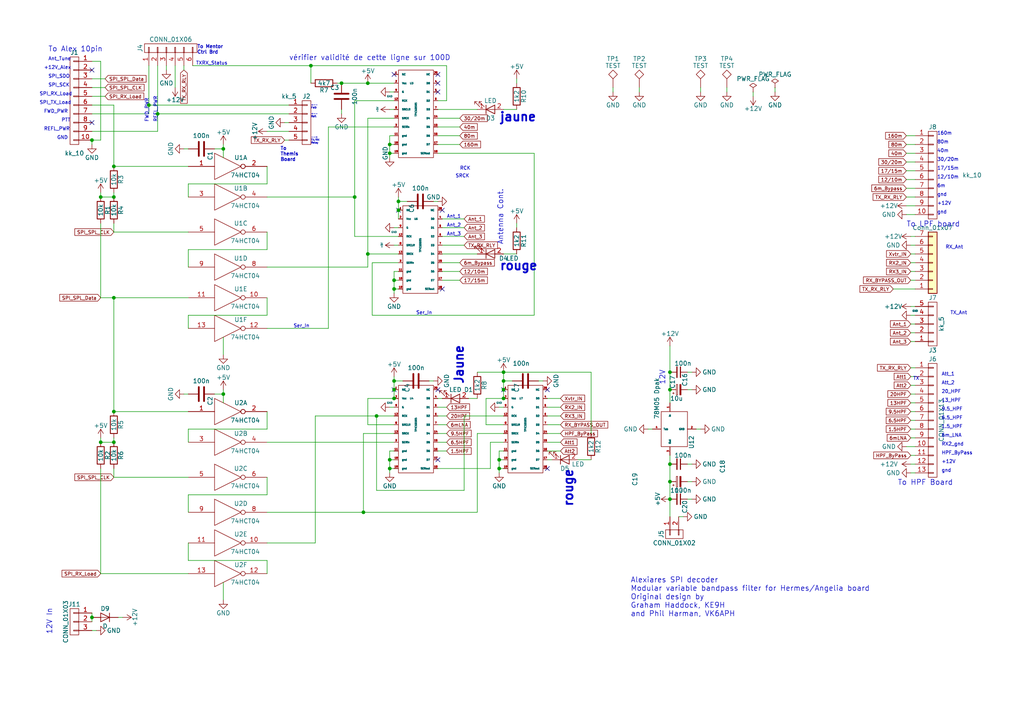
<source format=kicad_sch>
(kicad_sch (version 20230121) (generator eeschema)
  (paper "A4")
  (junction (at 114.3 115.57))
  (junction (at 115.57 60.96))
  (junction (at 33.02 48.26))
  (junction (at 114.3 113.03))
  (junction (at 99.06 24.13))
  (junction (at 113.03 135.89))
  (junction (at 114.3 81.28))
  (junction (at 114.3 110.49))
  (junction (at 146.05 113.03))
  (junction (at 146.05 110.49))
  (junction (at 194.31 134.62))
  (junction (at 105.41 148.59))
  (junction (at 33.02 119.38))
  (junction (at 113.03 133.35))
  (junction (at 45.72 33.02))
  (junction (at 144.78 135.89))
  (junction (at 33.02 128.27))
  (junction (at 64.77 114.3))
  (junction (at 33.02 57.15))
  (junction (at 26.67 179.07))
  (junction (at 106.68 24.13))
  (junction (at 144.78 133.35))
  (junction (at 29.21 128.27))
  (junction (at 113.03 44.45))
  (junction (at 26.67 40.64))
  (junction (at 146.05 107.95))
  (junction (at 194.31 139.7))
  (junction (at 113.03 41.91))
  (junction (at 114.3 83.82))
  (junction (at 64.77 43.18))
  (junction (at 194.31 144.78))
  (junction (at 102.87 57.15))
  (junction (at 194.31 107.95))
  (junction (at 29.21 57.15))
  (junction (at 106.68 73.66))
  (junction (at 33.02 86.36))
  (junction (at 109.22 120.65))
  (junction (at 194.31 113.03))
  (junction (at 90.17 19.05))
  (junction (at 146.05 115.57))
  (junction (at 43.18 30.48))
  (junction (at 115.57 58.42))
  (no_connect (at 127 24.13))
  (no_connect (at 127 113.03))
  (no_connect (at 158.75 135.89))
  (no_connect (at 158.75 113.03))
  (no_connect (at 26.67 35.56))
  (no_connect (at 128.27 60.96))
  (no_connect (at 114.3 113.03))
  (no_connect (at 146.05 113.03))
  (no_connect (at 127 26.67))
  (no_connect (at 127 21.59))
  (no_connect (at 26.67 20.32))
  (no_connect (at 114.3 21.59))
  (no_connect (at 127 133.35))
  (no_connect (at 128.27 83.82))
  (no_connect (at 115.57 60.96))
  (wire (pts (xy 33.02 86.36) (xy 33.02 119.38)))
  (wire (pts (xy 95.25 95.25) (xy 95.25 36.83)))
  (wire (pts (xy 77.47 57.15) (xy 102.87 57.15)))
  (wire (pts (xy 189.23 124.46) (xy 187.96 124.46)))
  (wire (pts (xy 83.82 38.1) (xy 77.47 38.1)))
  (wire (pts (xy 265.43 81.28) (xy 264.16 81.28)))
  (wire (pts (xy 127 44.45) (xy 154.94 44.45)))
  (wire (pts (xy 43.18 30.48) (xy 43.18 33.02)))
  (wire (pts (xy 26.67 179.07) (xy 26.67 180.34)))
  (wire (pts (xy 138.43 73.66) (xy 128.27 73.66)))
  (wire (pts (xy 133.35 81.28) (xy 128.27 81.28)))
  (wire (pts (xy 264.16 127) (xy 265.43 127)))
  (wire (pts (xy 134.62 120.65) (xy 134.62 142.24)))
  (wire (pts (xy 171.45 107.95) (xy 171.45 125.73)))
  (wire (pts (xy 106.68 73.66) (xy 106.68 77.47)))
  (wire (pts (xy 83.82 40.64) (xy 82.55 40.64)))
  (wire (pts (xy 54.61 143.51) (xy 54.61 148.59)))
  (wire (pts (xy 33.02 55.88) (xy 33.02 57.15)))
  (wire (pts (xy 54.61 67.31) (xy 33.02 67.31)))
  (wire (pts (xy 114.3 115.57) (xy 106.68 115.57)))
  (wire (pts (xy 33.02 119.38) (xy 54.61 119.38)))
  (wire (pts (xy 264.16 78.74) (xy 265.43 78.74)))
  (wire (pts (xy 114.3 110.49) (xy 114.3 113.03)))
  (wire (pts (xy 264.16 121.92) (xy 265.43 121.92)))
  (wire (pts (xy 62.23 114.3) (xy 64.77 114.3)))
  (wire (pts (xy 29.21 57.15) (xy 29.21 55.88)))
  (wire (pts (xy 105.41 125.73) (xy 114.3 125.73)))
  (wire (pts (xy 154.94 91.44) (xy 107.95 91.44)))
  (wire (pts (xy 77.47 162.56) (xy 54.61 162.56)))
  (wire (pts (xy 115.57 66.04) (xy 114.3 66.04)))
  (wire (pts (xy 30.48 22.86) (xy 26.67 22.86)))
  (wire (pts (xy 105.41 148.59) (xy 77.47 148.59)))
  (wire (pts (xy 158.75 128.27) (xy 162.56 128.27)))
  (wire (pts (xy 146.05 107.95) (xy 146.05 110.49)))
  (wire (pts (xy 210.82 25.4) (xy 210.82 26.67)))
  (wire (pts (xy 146.05 123.19) (xy 140.97 123.19)))
  (wire (pts (xy 200.66 107.95) (xy 199.39 107.95)))
  (wire (pts (xy 201.93 124.46) (xy 203.2 124.46)))
  (wire (pts (xy 107.95 91.44) (xy 107.95 76.2)))
  (wire (pts (xy 54.61 162.56) (xy 54.61 157.48)))
  (wire (pts (xy 64.77 114.3) (xy 64.77 116.84)))
  (wire (pts (xy 29.21 135.89) (xy 29.21 166.37)))
  (wire (pts (xy 129.54 125.73) (xy 127 125.73)))
  (wire (pts (xy 194.31 134.62) (xy 194.31 139.7)))
  (wire (pts (xy 167.64 133.35) (xy 171.45 133.35)))
  (wire (pts (xy 90.17 24.13) (xy 90.17 19.05)))
  (wire (pts (xy 30.48 25.4) (xy 26.67 25.4)))
  (wire (pts (xy 115.57 60.96) (xy 115.57 63.5)))
  (wire (pts (xy 64.77 113.03) (xy 64.77 114.3)))
  (wire (pts (xy 109.22 142.24) (xy 109.22 120.65)))
  (wire (pts (xy 262.89 129.54) (xy 265.43 129.54)))
  (wire (pts (xy 133.35 76.2) (xy 128.27 76.2)))
  (wire (pts (xy 194.31 100.33) (xy 194.31 107.95)))
  (wire (pts (xy 129.54 130.81) (xy 127 130.81)))
  (wire (pts (xy 114.3 133.35) (xy 113.03 133.35)))
  (wire (pts (xy 77.47 128.27) (xy 114.3 128.27)))
  (wire (pts (xy 146.05 128.27) (xy 142.24 128.27)))
  (wire (pts (xy 144.78 118.11) (xy 146.05 118.11)))
  (wire (pts (xy 54.61 91.44) (xy 54.61 95.25)))
  (wire (pts (xy 264.16 114.3) (xy 265.43 114.3)))
  (wire (pts (xy 185.42 25.4) (xy 185.42 26.67)))
  (wire (pts (xy 83.82 30.48) (xy 43.18 30.48)))
  (wire (pts (xy 262.89 44.45) (xy 265.43 44.45)))
  (wire (pts (xy 200.66 139.7) (xy 199.39 139.7)))
  (wire (pts (xy 64.77 97.79) (xy 64.77 102.87)))
  (wire (pts (xy 64.77 41.91) (xy 64.77 43.18)))
  (wire (pts (xy 53.34 19.05) (xy 53.34 20.32)))
  (wire (pts (xy 114.3 83.82) (xy 114.3 85.09)))
  (wire (pts (xy 77.47 119.38) (xy 77.47 124.46)))
  (wire (pts (xy 115.57 78.74) (xy 114.3 78.74)))
  (wire (pts (xy 33.02 138.43) (xy 33.02 135.89)))
  (wire (pts (xy 194.31 113.03) (xy 194.31 116.84)))
  (wire (pts (xy 264.16 132.08) (xy 265.43 132.08)))
  (wire (pts (xy 138.43 107.95) (xy 146.05 107.95)))
  (wire (pts (xy 133.35 41.91) (xy 127 41.91)))
  (wire (pts (xy 129.54 128.27) (xy 127 128.27)))
  (wire (pts (xy 116.84 110.49) (xy 114.3 110.49)))
  (wire (pts (xy 54.61 138.43) (xy 33.02 138.43)))
  (wire (pts (xy 144.78 135.89) (xy 144.78 137.16)))
  (wire (pts (xy 115.57 58.42) (xy 115.57 60.96)))
  (wire (pts (xy 142.24 128.27) (xy 142.24 135.89)))
  (wire (pts (xy 91.44 157.48) (xy 77.47 157.48)))
  (wire (pts (xy 146.05 73.66) (xy 149.86 73.66)))
  (wire (pts (xy 125.73 58.42) (xy 127 58.42)))
  (wire (pts (xy 29.21 86.36) (xy 33.02 86.36)))
  (wire (pts (xy 105.41 125.73) (xy 105.41 148.59)))
  (wire (pts (xy 265.43 106.68) (xy 264.16 106.68)))
  (wire (pts (xy 54.61 53.34) (xy 54.61 57.15)))
  (wire (pts (xy 77.47 72.39) (xy 54.61 72.39)))
  (wire (pts (xy 29.21 64.77) (xy 29.21 86.36)))
  (wire (pts (xy 264.16 71.12) (xy 265.43 71.12)))
  (wire (pts (xy 43.18 19.05) (xy 43.18 30.48)))
  (wire (pts (xy 133.35 34.29) (xy 127 34.29)))
  (wire (pts (xy 264.16 68.58) (xy 265.43 68.58)))
  (wire (pts (xy 146.05 135.89) (xy 144.78 135.89)))
  (wire (pts (xy 262.89 54.61) (xy 265.43 54.61)))
  (wire (pts (xy 97.79 24.13) (xy 99.06 24.13)))
  (wire (pts (xy 113.03 135.89) (xy 113.03 137.16)))
  (wire (pts (xy 95.25 36.83) (xy 114.3 36.83)))
  (wire (pts (xy 265.43 111.76) (xy 264.16 111.76)))
  (wire (pts (xy 77.47 166.37) (xy 77.47 162.56)))
  (wire (pts (xy 102.87 68.58) (xy 115.57 68.58)))
  (wire (pts (xy 194.31 132.08) (xy 194.31 134.62)))
  (wire (pts (xy 264.16 137.16) (xy 265.43 137.16)))
  (wire (pts (xy 64.77 168.91) (xy 64.77 173.99)))
  (wire (pts (xy 77.47 86.36) (xy 77.47 91.44)))
  (wire (pts (xy 127 29.21) (xy 129.54 29.21)))
  (wire (pts (xy 29.21 128.27) (xy 29.21 127)))
  (wire (pts (xy 50.8 19.05) (xy 50.8 25.4)))
  (wire (pts (xy 107.95 76.2) (xy 115.57 76.2)))
  (wire (pts (xy 83.82 33.02) (xy 45.72 33.02)))
  (wire (pts (xy 106.68 73.66) (xy 115.57 73.66)))
  (wire (pts (xy 162.56 118.11) (xy 158.75 118.11)))
  (wire (pts (xy 146.05 110.49) (xy 146.05 113.03)))
  (wire (pts (xy 265.43 109.22) (xy 264.16 109.22)))
  (wire (pts (xy 45.72 19.05) (xy 45.72 33.02)))
  (wire (pts (xy 134.62 142.24) (xy 109.22 142.24)))
  (wire (pts (xy 264.16 76.2) (xy 265.43 76.2)))
  (wire (pts (xy 77.47 53.34) (xy 54.61 53.34)))
  (wire (pts (xy 34.29 179.07) (xy 35.56 179.07)))
  (wire (pts (xy 77.47 124.46) (xy 54.61 124.46)))
  (wire (pts (xy 33.02 67.31) (xy 33.02 64.77)))
  (wire (pts (xy 162.56 115.57) (xy 158.75 115.57)))
  (wire (pts (xy 114.3 26.67) (xy 113.03 26.67)))
  (wire (pts (xy 30.48 27.94) (xy 26.67 27.94)))
  (wire (pts (xy 26.67 17.78) (xy 29.21 17.78)))
  (wire (pts (xy 77.47 95.25) (xy 95.25 95.25)))
  (wire (pts (xy 128.27 66.04) (xy 134.62 66.04)))
  (wire (pts (xy 144.78 133.35) (xy 144.78 135.89)))
  (wire (pts (xy 265.43 83.82) (xy 259.08 83.82)))
  (wire (pts (xy 262.89 39.37) (xy 265.43 39.37)))
  (wire (pts (xy 129.54 29.21) (xy 129.54 19.05)))
  (wire (pts (xy 224.79 25.4) (xy 224.79 26.67)))
  (wire (pts (xy 77.47 91.44) (xy 54.61 91.44)))
  (wire (pts (xy 115.57 71.12) (xy 114.3 71.12)))
  (wire (pts (xy 114.3 113.03) (xy 114.3 115.57)))
  (wire (pts (xy 127 135.89) (xy 142.24 135.89)))
  (wire (pts (xy 113.03 41.91) (xy 113.03 44.45)))
  (wire (pts (xy 114.3 29.21) (xy 102.87 29.21)))
  (wire (pts (xy 113.03 44.45) (xy 113.03 45.72)))
  (wire (pts (xy 106.68 34.29) (xy 114.3 34.29)))
  (wire (pts (xy 33.02 127) (xy 33.02 128.27)))
  (wire (pts (xy 115.57 83.82) (xy 114.3 83.82)))
  (wire (pts (xy 146.05 125.73) (xy 138.43 125.73)))
  (wire (pts (xy 264.16 88.9) (xy 265.43 88.9)))
  (wire (pts (xy 114.3 39.37) (xy 113.03 39.37)))
  (wire (pts (xy 54.61 43.18) (xy 53.34 43.18)))
  (wire (pts (xy 99.06 31.75) (xy 99.06 33.02)))
  (wire (pts (xy 106.68 34.29) (xy 106.68 73.66)))
  (wire (pts (xy 33.02 57.15) (xy 29.21 57.15)))
  (wire (pts (xy 262.89 49.53) (xy 265.43 49.53)))
  (wire (pts (xy 129.54 123.19) (xy 127 123.19)))
  (wire (pts (xy 162.56 120.65) (xy 158.75 120.65)))
  (wire (pts (xy 128.27 63.5) (xy 134.62 63.5)))
  (wire (pts (xy 262.89 46.99) (xy 265.43 46.99)))
  (wire (pts (xy 62.23 43.18) (xy 64.77 43.18)))
  (wire (pts (xy 48.26 20.32) (xy 48.26 19.05)))
  (wire (pts (xy 133.35 78.74) (xy 128.27 78.74)))
  (wire (pts (xy 29.21 40.64) (xy 26.67 40.64)))
  (wire (pts (xy 264.16 124.46) (xy 265.43 124.46)))
  (wire (pts (xy 26.67 40.64) (xy 26.67 41.91)))
  (wire (pts (xy 200.66 134.62) (xy 199.39 134.62)))
  (wire (pts (xy 200.66 144.78) (xy 199.39 144.78)))
  (wire (pts (xy 264.16 116.84) (xy 265.43 116.84)))
  (wire (pts (xy 33.02 86.36) (xy 54.61 86.36)))
  (wire (pts (xy 33.02 30.48) (xy 33.02 48.26)))
  (wire (pts (xy 64.77 43.18) (xy 64.77 45.72)))
  (wire (pts (xy 138.43 125.73) (xy 138.43 148.59)))
  (wire (pts (xy 264.16 93.98) (xy 265.43 93.98)))
  (wire (pts (xy 129.54 118.11) (xy 127 118.11)))
  (wire (pts (xy 194.31 139.7) (xy 194.31 144.78)))
  (wire (pts (xy 26.67 177.8) (xy 26.67 179.07)))
  (wire (pts (xy 128.27 115.57) (xy 127 115.57)))
  (wire (pts (xy 91.44 120.65) (xy 109.22 120.65)))
  (wire (pts (xy 114.3 41.91) (xy 113.03 41.91)))
  (wire (pts (xy 82.55 35.56) (xy 83.82 35.56)))
  (wire (pts (xy 262.89 41.91) (xy 265.43 41.91)))
  (wire (pts (xy 262.89 52.07) (xy 265.43 52.07)))
  (wire (pts (xy 128.27 68.58) (xy 134.62 68.58)))
  (wire (pts (xy 33.02 48.26) (xy 54.61 48.26)))
  (wire (pts (xy 106.68 115.57) (xy 106.68 123.19)))
  (wire (pts (xy 114.3 118.11) (xy 113.03 118.11)))
  (wire (pts (xy 264.16 96.52) (xy 265.43 96.52)))
  (wire (pts (xy 26.67 182.88) (xy 27.94 182.88)))
  (wire (pts (xy 113.03 130.81) (xy 113.03 133.35)))
  (wire (pts (xy 91.44 120.65) (xy 91.44 157.48)))
  (wire (pts (xy 106.68 77.47) (xy 77.47 77.47)))
  (wire (pts (xy 29.21 17.78) (xy 29.21 40.64)))
  (wire (pts (xy 154.94 44.45) (xy 154.94 91.44)))
  (wire (pts (xy 115.57 57.15) (xy 115.57 58.42)))
  (wire (pts (xy 77.47 48.26) (xy 77.47 53.34)))
  (wire (pts (xy 99.06 24.13) (xy 106.68 24.13)))
  (wire (pts (xy 162.56 125.73) (xy 158.75 125.73)))
  (wire (pts (xy 149.86 22.86) (xy 149.86 24.13)))
  (wire (pts (xy 146.05 31.75) (xy 149.86 31.75)))
  (wire (pts (xy 262.89 62.23) (xy 265.43 62.23)))
  (wire (pts (xy 133.35 36.83) (xy 127 36.83)))
  (wire (pts (xy 77.47 138.43) (xy 77.47 143.51)))
  (wire (pts (xy 124.46 110.49) (xy 125.73 110.49)))
  (wire (pts (xy 149.86 64.77) (xy 149.86 66.04)))
  (wire (pts (xy 115.57 81.28) (xy 114.3 81.28)))
  (wire (pts (xy 148.59 110.49) (xy 146.05 110.49)))
  (wire (pts (xy 264.16 73.66) (xy 265.43 73.66)))
  (wire (pts (xy 109.22 120.65) (xy 114.3 120.65)))
  (wire (pts (xy 114.3 44.45) (xy 113.03 44.45)))
  (wire (pts (xy 114.3 81.28) (xy 114.3 83.82)))
  (wire (pts (xy 33.02 128.27) (xy 29.21 128.27)))
  (wire (pts (xy 194.31 144.78) (xy 194.31 149.86)))
  (wire (pts (xy 118.11 58.42) (xy 115.57 58.42)))
  (wire (pts (xy 156.21 110.49) (xy 157.48 110.49)))
  (wire (pts (xy 129.54 120.65) (xy 127 120.65)))
  (wire (pts (xy 262.89 59.69) (xy 265.43 59.69)))
  (wire (pts (xy 138.43 148.59) (xy 105.41 148.59)))
  (wire (pts (xy 102.87 29.21) (xy 102.87 57.15)))
  (wire (pts (xy 45.72 33.02) (xy 45.72 38.1)))
  (wire (pts (xy 26.67 30.48) (xy 33.02 30.48)))
  (wire (pts (xy 114.3 130.81) (xy 113.03 130.81)))
  (wire (pts (xy 129.54 19.05) (xy 90.17 19.05)))
  (wire (pts (xy 198.12 149.86) (xy 196.85 149.86)))
  (wire (pts (xy 113.03 39.37) (xy 113.03 41.91)))
  (wire (pts (xy 146.05 113.03) (xy 146.05 115.57)))
  (wire (pts (xy 90.17 19.05) (xy 55.88 19.05)))
  (wire (pts (xy 200.66 113.03) (xy 199.39 113.03)))
  (wire (pts (xy 264.16 99.06) (xy 265.43 99.06)))
  (wire (pts (xy 158.75 130.81) (xy 162.56 130.81)))
  (wire (pts (xy 133.35 39.37) (xy 127 39.37)))
  (wire (pts (xy 146.05 120.65) (xy 134.62 120.65)))
  (wire (pts (xy 102.87 57.15) (xy 102.87 68.58)))
  (wire (pts (xy 160.02 133.35) (xy 158.75 133.35)))
  (wire (pts (xy 114.3 109.22) (xy 114.3 110.49)))
  (wire (pts (xy 262.89 57.15) (xy 265.43 57.15)))
  (wire (pts (xy 218.44 26.67) (xy 218.44 27.94)))
  (wire (pts (xy 264.16 134.62) (xy 265.43 134.62)))
  (wire (pts (xy 203.2 25.4) (xy 203.2 26.67)))
  (wire (pts (xy 106.68 123.19) (xy 114.3 123.19)))
  (wire (pts (xy 54.61 124.46) (xy 54.61 128.27)))
  (wire (pts (xy 77.47 143.51) (xy 54.61 143.51)))
  (wire (pts (xy 177.8 25.4) (xy 177.8 26.67)))
  (wire (pts (xy 138.43 31.75) (xy 127 31.75)))
  (wire (pts (xy 43.18 33.02) (xy 26.67 33.02)))
  (wire (pts (xy 264.16 91.44) (xy 265.43 91.44)))
  (wire (pts (xy 146.05 130.81) (xy 144.78 130.81)))
  (wire (pts (xy 138.43 115.57) (xy 135.89 115.57)))
  (wire (pts (xy 54.61 72.39) (xy 54.61 77.47)))
  (wire (pts (xy 114.3 78.74) (xy 114.3 81.28)))
  (wire (pts (xy 264.16 119.38) (xy 265.43 119.38)))
  (wire (pts (xy 45.72 38.1) (xy 26.67 38.1)))
  (wire (pts (xy 144.78 130.81) (xy 144.78 133.35)))
  (wire (pts (xy 194.31 107.95) (xy 194.31 113.03)))
  (wire (pts (xy 114.3 135.89) (xy 113.03 135.89)))
  (wire (pts (xy 158.75 123.19) (xy 162.56 123.19)))
  (wire (pts (xy 54.61 114.3) (xy 53.34 114.3)))
  (wire (pts (xy 140.97 123.19) (xy 140.97 115.57)))
  (wire (pts (xy 146.05 107.95) (xy 171.45 107.95)))
  (wire (pts (xy 114.3 31.75) (xy 113.03 31.75)))
  (wire (pts (xy 106.68 24.13) (xy 114.3 24.13)))
  (wire (pts (xy 140.97 115.57) (xy 146.05 115.57)))
  (wire (pts (xy 77.47 67.31) (xy 77.47 72.39)))
  (wire (pts (xy 146.05 133.35) (xy 144.78 133.35)))
  (wire (pts (xy 29.21 166.37) (xy 54.61 166.37)))
  (wire (pts (xy 113.03 133.35) (xy 113.03 135.89)))
  (wire (pts (xy 128.27 71.12) (xy 134.62 71.12)))
  (text "12/10m" (at 271.78 52.07 0) (effects (font (size 0.9906 0.9906)) (justify left bottom)))
  (text "RCK\n" (at 133.35 49.53 0) (effects (font (size 0.9906 0.9906)) (justify left bottom)))
  (text "jaune\n" (at 144.78 35.56 0) (effects (font (size 2.54 2.54) (thickness 0.508) bold) (justify left bottom)))
  (text "13_HPF" (at 273.05 116.84 0) (effects (font (size 0.9906 0.9906)) (justify left bottom)))
  (text "Att_1\n" (at 273.05 109.22 0) (effects (font (size 0.9906 0.9906)) (justify left bottom)))
  (text "80m\n" (at 271.78 41.91 0) (effects (font (size 0.9906 0.9906)) (justify left bottom)))
  (text "Ser_In" (at 85.09 95.25 0) (effects (font (size 0.9906 0.9906)) (justify left bottom)))
  (text "+12V\n" (at 273.05 134.62 0) (effects (font (size 0.9906 0.9906)) (justify left bottom)))
  (text "20_HPF\n" (at 273.05 114.3 0) (effects (font (size 0.9906 0.9906)) (justify left bottom)))
  (text "SPI_SCK\n" (at 13.97 25.4 0) (effects (font (size 0.9906 0.9906)) (justify left bottom)))
  (text "TXRX_Status" (at 66.04 19.05 0) (effects (font (size 0.9906 0.9906)) (justify right bottom)))
  (text "<--\nRefl" (at 90.17 34.29 0) (effects (font (size 0.508 0.508)) (justify left bottom)))
  (text "To Mentor\nCtrl Brd\n\n\n" (at 57.15 19.05 0) (effects (font (size 0.9906 0.9906) (thickness 0.1981) bold) (justify left bottom)))
  (text "GND\n" (at 16.51 40.64 0) (effects (font (size 0.9906 0.9906)) (justify left bottom)))
  (text "12V In" (at 15.24 184.15 90) (effects (font (size 1.524 1.524)) (justify left bottom)))
  (text "9.5_HPF" (at 273.05 119.38 0) (effects (font (size 0.9906 0.9906)) (justify left bottom)))
  (text "PTT" (at 17.78 35.56 0) (effects (font (size 0.9906 0.9906)) (justify left bottom)))
  (text "FWD_PWR\n" (at 43.18 35.56 90) (effects (font (size 0.9906 0.9906)) (justify left bottom)))
  (text "30/20m\n" (at 271.78 46.99 0) (effects (font (size 0.9906 0.9906)) (justify left bottom)))
  (text "gnd\n" (at 273.05 137.16 0) (effects (font (size 0.9906 0.9906)) (justify left bottom)))
  (text "Jaune" (at 134.62 111.76 90) (effects (font (size 2.54 2.54) (thickness 0.508) bold) (justify left bottom)))
  (text "Ant_1\n" (at 129.54 63.5 0) (effects (font (size 0.9906 0.9906)) (justify left bottom)))
  (text "Ant_3\n" (at 129.54 68.58 0) (effects (font (size 0.9906 0.9906)) (justify left bottom)))
  (text "RX_Ant\n" (at 279.4 72.39 0) (effects (font (size 0.9906 0.9906)) (justify right bottom)))
  (text "RX2_gnd" (at 273.05 129.54 0) (effects (font (size 0.9906 0.9906)) (justify left bottom)))
  (text "-->\nTX/RX\nRelay" (at 90.17 41.91 0) (effects (font (size 0.508 0.508)) (justify left bottom)))
  (text "<--\nFWD" (at 90.17 31.75 0) (effects (font (size 0.508 0.508)) (justify left bottom)))
  (text "TX_Ant" (at 275.59 91.44 0) (effects (font (size 0.9906 0.9906)) (justify left bottom)))
  (text "rouge\n" (at 166.37 147.32 90) (effects (font (size 2.54 2.54) (thickness 0.508) bold) (justify left bottom)))
  (text "Alexiares SPI decoder\nModular variable bandpass filter for Hermes/Angelia board\nOriginal design by \nGraham Haddock, KE9H\nand Phil Harman, VK6APH" (at 182.88 179.07 0) (effects (font (size 1.524 1.524)) (justify left bottom)))
  (text "+12V\n" (at 271.78 59.69 0) (effects (font (size 0.9906 0.9906)) (justify left bottom)))
  (text "Att_2" (at 273.05 111.76 0) (effects (font (size 0.9906 0.9906)) (justify left bottom)))
  (text "40m\n" (at 271.78 44.45 0) (effects (font (size 0.9906 0.9906)) (justify left bottom)))
  (text "160m" (at 271.78 39.37 0) (effects (font (size 0.9906 0.9906)) (justify left bottom)))
  (text "To HPF Board" (at 260.35 140.97 0) (effects (font (size 1.524 1.524)) (justify left bottom)))
  (text "REFL_PWR" (at 45.72 35.56 90) (effects (font (size 0.9906 0.9906)) (justify left bottom)))
  (text "To\nThemis\nBoard" (at 81.28 46.99 0) (effects (font (size 0.9906 0.9906) (thickness 0.1981) bold) (justify left bottom)))
  (text "rouge" (at 144.78 78.74 0) (effects (font (size 2.54 2.54) (thickness 0.508) bold) (justify left bottom)))
  (text "Antenna Cont." (at 146.05 71.12 90) (effects (font (size 1.524 1.524)) (justify left bottom)))
  (text "SPI_SDO\n" (at 13.97 22.86 0) (effects (font (size 0.9906 0.9906)) (justify left bottom)))
  (text "12V\n" (at 193.04 111.76 90) (effects (font (size 1.524 1.524)) (justify left bottom)))
  (text "Ant_Tune" (at 13.97 17.78 0) (effects (font (size 0.9906 0.9906)) (justify left bottom)))
  (text "FWD_PWR" (at 12.7 33.02 0) (effects (font (size 0.9906 0.9906)) (justify left bottom)))
  (text "REFL_PWR\n" (at 12.7 38.1 0) (effects (font (size 0.9906 0.9906)) (justify left bottom)))
  (text "17/15m\n" (at 271.78 49.53 0) (effects (font (size 0.9906 0.9906)) (justify left bottom)))
  (text "HPF_ByPass" (at 273.05 132.08 0) (effects (font (size 0.9906 0.9906)) (justify left bottom)))
  (text "Ant_2" (at 129.54 66.04 0) (effects (font (size 0.9906 0.9906)) (justify left bottom)))
  (text "To Alex 10pin\n" (at 13.97 15.24 0) (effects (font (size 1.4986 1.4986)) (justify left bottom)))
  (text "gnd\n" (at 271.78 57.15 0) (effects (font (size 0.9906 0.9906)) (justify left bottom)))
  (text "1.5_HPF\n" (at 273.05 124.46 0) (effects (font (size 0.9906 0.9906)) (justify left bottom)))
  (text "SPI_RX_Load" (at 11.43 27.94 0) (effects (font (size 0.9906 0.9906)) (justify left bottom)))
  (text "gnd\n" (at 271.78 62.23 0) (effects (font (size 0.9906 0.9906)) (justify left bottom)))
  (text "SRCK\n\n" (at 132.08 53.34 0) (effects (font (size 0.9906 0.9906)) (justify left bottom)))
  (text "TX" (at 266.7 110.49 0) (effects (font (size 0.9906 0.9906)) (justify right bottom)))
  (text "6.5_HPF" (at 273.05 121.92 0) (effects (font (size 0.9906 0.9906)) (justify left bottom)))
  (text "6m_LNA\n" (at 273.05 127 0) (effects (font (size 0.9906 0.9906)) (justify left bottom)))
  (text "6m" (at 271.78 54.61 0) (effects (font (size 0.9906 0.9906)) (justify left bottom)))
  (text "vérifier validité de cette ligne sur 100D\n" (at 83.82 17.78 0) (effects (font (size 1.524 1.524)) (justify left bottom)))
  (text "+12V_Alex" (at 12.7 20.32 0) (effects (font (size 0.9906 0.9906)) (justify left bottom)))
  (text "SPI_TX_Load\n" (at 11.43 30.48 0) (effects (font (size 0.9906 0.9906)) (justify left bottom)))
  (text "To LPF board" (at 262.89 66.04 0) (effects (font (size 1.524 1.524)) (justify left bottom)))
  (text "Ser_In" (at 120.65 91.44 0) (effects (font (size 0.9906 0.9906)) (justify left bottom)))
  (global_label "20HPF" (shape input) (at 264.16 114.3 180) (effects (font (size 0.9906 0.9906))) (property "Intersheetrefs" "${INTERSHEET_REFS}" (effects hide)))
  (global_label "TX_RX_RLY" (shape input) (at 264.16 106.68 180) (effects (font (size 0.9906 0.9906))) (property "Intersheetrefs" "${INTERSHEET_REFS}" (effects hide)))
  (global_label "9.5HPF" (shape input) (at 264.16 119.38 180) (effects (font (size 0.9906 0.9906))) (property "Intersheetrefs" "${INTERSHEET_REFS}" (effects hide)))
  (global_label "6.5HPF" (shape input) (at 129.54 128.27 0) (effects (font (size 0.9906 0.9906))) (property "Intersheetrefs" "${INTERSHEET_REFS}" (effects hide)))
  (global_label "6m_Bypass" (shape input) (at 262.89 54.61 180) (effects (font (size 0.9906 0.9906))) (property "Intersheetrefs" "${INTERSHEET_REFS}" (effects hide)))
  (global_label "13HPF" (shape input) (at 264.16 116.84 180) (effects (font (size 0.9906 0.9906))) (property "Intersheetrefs" "${INTERSHEET_REFS}" (effects hide)))
  (global_label "12/10m" (shape input) (at 133.35 78.74 0) (effects (font (size 0.9906 0.9906))) (property "Intersheetrefs" "${INTERSHEET_REFS}" (effects hide)))
  (global_label "RX3_IN" (shape input) (at 162.56 120.65 0) (effects (font (size 0.9906 0.9906))) (property "Intersheetrefs" "${INTERSHEET_REFS}" (effects hide)))
  (global_label "13HPF" (shape input) (at 129.54 118.11 0) (effects (font (size 0.9906 0.9906))) (property "Intersheetrefs" "${INTERSHEET_REFS}" (effects hide)))
  (global_label "20HPF" (shape input) (at 129.54 120.65 0) (effects (font (size 0.9906 0.9906))) (property "Intersheetrefs" "${INTERSHEET_REFS}" (effects hide)))
  (global_label "17/15m" (shape input) (at 133.35 81.28 0) (effects (font (size 0.9906 0.9906))) (property "Intersheetrefs" "${INTERSHEET_REFS}" (effects hide)))
  (global_label "80m" (shape input) (at 262.89 41.91 180) (effects (font (size 0.9906 0.9906))) (property "Intersheetrefs" "${INTERSHEET_REFS}" (effects hide)))
  (global_label "TX_RX_RLY" (shape input) (at 134.62 71.12 0) (effects (font (size 0.9906 0.9906))) (property "Intersheetrefs" "${INTERSHEET_REFS}" (effects hide)))
  (global_label "Ant_2" (shape input) (at 134.62 66.04 0) (effects (font (size 0.9906 0.9906))) (property "Intersheetrefs" "${INTERSHEET_REFS}" (effects hide)))
  (global_label "TX_RX_RLY" (shape input) (at 262.89 57.15 180) (effects (font (size 0.9906 0.9906))) (property "Intersheetrefs" "${INTERSHEET_REFS}" (effects hide)))
  (global_label "40m" (shape input) (at 133.35 36.83 0) (effects (font (size 0.9906 0.9906))) (property "Intersheetrefs" "${INTERSHEET_REFS}" (effects hide)))
  (global_label "RX2_IN" (shape input) (at 162.56 118.11 0) (effects (font (size 0.9906 0.9906))) (property "Intersheetrefs" "${INTERSHEET_REFS}" (effects hide)))
  (global_label "160m" (shape input) (at 262.89 39.37 180) (effects (font (size 0.9906 0.9906))) (property "Intersheetrefs" "${INTERSHEET_REFS}" (effects hide)))
  (global_label "30/20m" (shape input) (at 262.89 46.99 180) (effects (font (size 0.9906 0.9906))) (property "Intersheetrefs" "${INTERSHEET_REFS}" (effects hide)))
  (global_label "Att2" (shape input) (at 264.16 111.76 180) (effects (font (size 0.9906 0.9906))) (property "Intersheetrefs" "${INTERSHEET_REFS}" (effects hide)))
  (global_label "6mLNA" (shape input) (at 264.16 127 180) (effects (font (size 0.9906 0.9906))) (property "Intersheetrefs" "${INTERSHEET_REFS}" (effects hide)))
  (global_label "Ant_3" (shape input) (at 264.16 99.06 180) (effects (font (size 0.9906 0.9906))) (property "Intersheetrefs" "${INTERSHEET_REFS}" (effects hide)))
  (global_label "SPI_RX_Load" (shape input) (at 30.48 27.94 0) (effects (font (size 0.9906 0.9906))) (property "Intersheetrefs" "${INTERSHEET_REFS}" (effects hide)))
  (global_label "160m" (shape input) (at 133.35 41.91 0) (effects (font (size 0.9906 0.9906))) (property "Intersheetrefs" "${INTERSHEET_REFS}" (effects hide)))
  (global_label "6mLNA" (shape input) (at 129.54 123.19 0) (effects (font (size 0.9906 0.9906))) (property "Intersheetrefs" "${INTERSHEET_REFS}" (effects hide)))
  (global_label "HPF_ByPass" (shape input) (at 162.56 125.73 0) (effects (font (size 0.9906 0.9906))) (property "Intersheetrefs" "${INTERSHEET_REFS}" (effects hide)))
  (global_label "1.5HPF" (shape input) (at 264.16 124.46 180) (effects (font (size 0.9906 0.9906))) (property "Intersheetrefs" "${INTERSHEET_REFS}" (effects hide)))
  (global_label "30/20m" (shape input) (at 133.35 34.29 0) (effects (font (size 0.9906 0.9906))) (property "Intersheetrefs" "${INTERSHEET_REFS}" (effects hide)))
  (global_label "RX2_IN" (shape input) (at 264.16 76.2 180) (effects (font (size 0.9906 0.9906))) (property "Intersheetrefs" "${INTERSHEET_REFS}" (effects hide)))
  (global_label "Att1" (shape input) (at 162.56 128.27 0) (effects (font (size 0.9906 0.9906))) (property "Intersheetrefs" "${INTERSHEET_REFS}" (effects hide)))
  (global_label "SPI_SPL_CLK" (shape input) (at 33.02 138.43 180) (effects (font (size 0.9906 0.9906))) (property "Intersheetrefs" "${INTERSHEET_REFS}" (effects hide)))
  (global_label "Xvtr_IN" (shape input) (at 264.16 73.66 180) (effects (font (size 0.9906 0.9906))) (property "Intersheetrefs" "${INTERSHEET_REFS}" (effects hide)))
  (global_label "Xvtr_IN" (shape input) (at 162.56 115.57 0) (effects (font (size 0.9906 0.9906))) (property "Intersheetrefs" "${INTERSHEET_REFS}" (effects hide)))
  (global_label "17/15m" (shape input) (at 262.89 49.53 180) (effects (font (size 0.9906 0.9906))) (property "Intersheetrefs" "${INTERSHEET_REFS}" (effects hide)))
  (global_label "6.5HPF" (shape input) (at 264.16 121.92 180) (effects (font (size 0.9906 0.9906))) (property "Intersheetrefs" "${INTERSHEET_REFS}" (effects hide)))
  (global_label "Ant_1" (shape input) (at 134.62 63.5 0) (effects (font (size 0.9906 0.9906))) (property "Intersheetrefs" "${INTERSHEET_REFS}" (effects hide)))
  (global_label "SPI_SPL_Data" (shape input) (at 30.48 22.86 0) (effects (font (size 0.9906 0.9906))) (property "Intersheetrefs" "${INTERSHEET_REFS}" (effects hide)))
  (global_label "Ant_1" (shape input) (at 264.16 93.98 180) (effects (font (size 0.9906 0.9906))) (property "Intersheetrefs" "${INTERSHEET_REFS}" (effects hide)))
  (global_label "SPI_SPL_CLK" (shape input) (at 30.48 25.4 0) (effects (font (size 0.9906 0.9906))) (property "Intersheetrefs" "${INTERSHEET_REFS}" (effects hide)))
  (global_label "TX_RX_RLY" (shape input) (at 259.08 83.82 180) (effects (font (size 0.9906 0.9906))) (property "Intersheetrefs" "${INTERSHEET_REFS}" (effects hide)))
  (global_label "Ant_2" (shape input) (at 264.16 96.52 180) (effects (font (size 0.9906 0.9906))) (property "Intersheetrefs" "${INTERSHEET_REFS}" (effects hide)))
  (global_label "6m_Bypass" (shape input) (at 133.35 76.2 0) (effects (font (size 0.9906 0.9906))) (property "Intersheetrefs" "${INTERSHEET_REFS}" (effects hide)))
  (global_label "1.5HPF" (shape input) (at 129.54 130.81 0) (effects (font (size 0.9906 0.9906))) (property "Intersheetrefs" "${INTERSHEET_REFS}" (effects hide)))
  (global_label "SPI_SPL_Data" (shape input) (at 29.21 86.36 180) (effects (font (size 0.9906 0.9906))) (property "Intersheetrefs" "${INTERSHEET_REFS}" (effects hide)))
  (global_label "9.5HPF" (shape input) (at 129.54 125.73 0) (effects (font (size 0.9906 0.9906))) (property "Intersheetrefs" "${INTERSHEET_REFS}" (effects hide)))
  (global_label "Ant_3" (shape input) (at 134.62 68.58 0) (effects (font (size 0.9906 0.9906))) (property "Intersheetrefs" "${INTERSHEET_REFS}" (effects hide)))
  (global_label "RX_BYPASS_OUT" (shape input) (at 162.56 123.19 0) (effects (font (size 0.9906 0.9906))) (property "Intersheetrefs" "${INTERSHEET_REFS}" (effects hide)))
  (global_label "Att2" (shape input) (at 162.56 130.81 0) (effects (font (size 0.9906 0.9906))) (property "Intersheetrefs" "${INTERSHEET_REFS}" (effects hide)))
  (global_label "TX_RX_RLY" (shape input) (at 82.55 40.64 180) (effects (font (size 0.9906 0.9906))) (property "Intersheetrefs" "${INTERSHEET_REFS}" (effects hide)))
  (global_label "Att1" (shape input) (at 264.16 109.22 180) (effects (font (size 0.9906 0.9906))) (property "Intersheetrefs" "${INTERSHEET_REFS}" (effects hide)))
  (global_label "HPF_ByPass" (shape input) (at 264.16 132.08 180) (effects (font (size 0.9906 0.9906))) (property "Intersheetrefs" "${INTERSHEET_REFS}" (effects hide)))
  (global_label "80m" (shape input) (at 133.35 39.37 0) (effects (font (size 0.9906 0.9906))) (property "Intersheetrefs" "${INTERSHEET_REFS}" (effects hide)))
  (global_label "TX_RX_RLY" (shape input) (at 53.34 20.32 270) (effects (font (size 0.9906 0.9906))) (property "Intersheetrefs" "${INTERSHEET_REFS}" (effects hide)))
  (global_label "40m" (shape input) (at 262.89 44.45 180) (effects (font (size 0.9906 0.9906))) (property "Intersheetrefs" "${INTERSHEET_REFS}" (effects hide)))
  (global_label "SPI_SPL_CLK" (shape input) (at 33.02 67.31 180) (effects (font (size 0.9906 0.9906))) (property "Intersheetrefs" "${INTERSHEET_REFS}" (effects hide)))
  (global_label "RX3_IN" (shape input) (at 264.16 78.74 180) (effects (font (size 0.9906 0.9906))) (property "Intersheetrefs" "${INTERSHEET_REFS}" (effects hide)))
  (global_label "SPI_RX_Load" (shape input) (at 29.21 166.37 180) (effects (font (size 0.9906 0.9906))) (property "Intersheetrefs" "${INTERSHEET_REFS}" (effects hide)))
  (global_label "12/10m" (shape input) (at 262.89 52.07 180) (effects (font (size 0.9906 0.9906))) (property "Intersheetrefs" "${INTERSHEET_REFS}" (effects hide)))
  (global_label "RX_BYPASS_OUT" (shape input) (at 264.16 81.28 180) (effects (font (size 0.9906 0.9906))) (property "Intersheetrefs" "${INTERSHEET_REFS}" (effects hide)))
  (symbol (lib_id "Alexandrie-rescue:CONN_01X10") (at 21.59 29.21 0) (mirror y) (unit 1)
    (property "Reference" "J1" (at 21.59 15.24 0))
    (property "Value" "kk_10" (at 21.59 44.45 0))
    (property "Footprint" "conn_kk100:kk100_22-23-2101" (effects hide))
  )
  (symbol (lib_id "Alexandrie-rescue:CONN_01X05") (at 88.9 35.56 0) (unit 1)
    (property "Reference" "J2" (at 88.9 27.94 0))
    (property "Value" "kk_5" (at 83.82 27.94 0))
    (property "Footprint" "conn_kk100:kk100_22-23-2051" (effects hide))
  )
  (symbol (lib_id "Alexandrie-rescue:74HCT04") (at 66.04 48.26 0) (unit 1)
    (property "Reference" "U1" (at 69.85 45.72 0))
    (property "Value" "74HCT04" (at 71.12 50.8 0))
    (property "Footprint" "Housings_SOIC:SOIC-14_3.9x8.7mm_Pitch1.27mm" (effects hide))
  )
  (symbol (lib_id "Alexandrie-rescue:74HCT04") (at 66.04 57.15 0) (unit 2)
    (property "Reference" "U1" (at 69.85 54.61 0))
    (property "Value" "74HCT04" (at 71.12 59.69 0))
    (property "Footprint" "Housings_SOIC:SOIC-14_3.9x8.7mm_Pitch1.27mm" (effects hide))
  )
  (symbol (lib_id "Alexandrie-rescue:74HCT04") (at 66.04 77.47 0) (unit 4)
    (property "Reference" "U1" (at 69.85 74.93 0))
    (property "Value" "74HCT04" (at 71.12 80.01 0))
    (property "Footprint" "Housings_SOIC:SOIC-14_3.9x8.7mm_Pitch1.27mm" (effects hide))
  )
  (symbol (lib_id "Alexandrie-rescue:74HCT04") (at 66.04 86.36 0) (unit 5)
    (property "Reference" "U1" (at 69.85 83.82 0))
    (property "Value" "74HCT04" (at 71.12 88.9 0))
    (property "Footprint" "Housings_SOIC:SOIC-14_3.9x8.7mm_Pitch1.27mm" (effects hide))
  )
  (symbol (lib_id "Alexandrie-rescue:74HCT04") (at 66.04 95.25 0) (unit 6)
    (property "Reference" "U1" (at 69.85 92.71 0))
    (property "Value" "74HCT04" (at 71.12 97.79 0))
    (property "Footprint" "Housings_SOIC:SOIC-14_3.9x8.7mm_Pitch1.27mm" (effects hide))
  )
  (symbol (lib_id "Alexandrie-rescue:R") (at 33.02 52.07 0) (unit 1)
    (property "Reference" "R3" (at 35.052 52.07 90))
    (property "Value" "10k" (at 33.02 52.07 90))
    (property "Footprint" "Resistors_SMD:R_0805_HandSoldering" (effects hide))
  )
  (symbol (lib_id "Alexandrie-rescue:R") (at 33.02 60.96 0) (unit 1)
    (property "Reference" "R4" (at 35.052 60.96 90))
    (property "Value" "10k" (at 33.02 60.96 90))
    (property "Footprint" "Resistors_SMD:R_0805_HandSoldering" (effects hide))
  )
  (symbol (lib_id "Alexandrie-rescue:R") (at 29.21 60.96 0) (unit 1)
    (property "Reference" "R1" (at 31.242 60.96 90))
    (property "Value" "10k" (at 29.21 60.96 90))
    (property "Footprint" "Resistors_SMD:R_0805_HandSoldering" (effects hide))
  )
  (symbol (lib_id "Alexandrie-rescue:74HCT04") (at 66.04 67.31 0) (unit 3)
    (property "Reference" "U1" (at 69.85 64.77 0))
    (property "Value" "74HCT04" (at 71.12 69.85 0))
    (property "Footprint" "Housings_SOIC:SOIC-14_3.9x8.7mm_Pitch1.27mm" (effects hide))
  )
  (symbol (lib_id "Alexandrie-rescue:GND") (at 26.67 41.91 0) (unit 1)
    (property "Reference" "#PWR01" (effects hide))
    (property "Value" "GND" (at 26.67 45.72 0))
  )
  (symbol (lib_id "Alexandrie-rescue:GND") (at 224.79 26.67 0) (unit 1)
    (property "Reference" "#PWR02" (effects hide))
    (property "Value" "GND" (at 224.79 30.48 0))
  )
  (symbol (lib_id "Alexandrie-rescue:GND") (at 48.26 20.32 0) (unit 1)
    (property "Reference" "#PWR03" (effects hide))
    (property "Value" "GND" (at 48.26 24.13 0))
  )
  (symbol (lib_id "Alexandrie-rescue:+12V") (at 50.8 25.4 180) (unit 1)
    (property "Reference" "#PWR04" (effects hide))
    (property "Value" "+12V" (at 50.8 28.956 0))
  )
  (symbol (lib_id "Alexandrie-rescue:GND") (at 64.77 102.87 0) (unit 1)
    (property "Reference" "#PWR05" (effects hide))
    (property "Value" "GND" (at 64.77 106.68 0))
  )
  (symbol (lib_id "Alexandrie-rescue:+5V") (at 64.77 41.91 0) (unit 1)
    (property "Reference" "#PWR06" (effects hide))
    (property "Value" "+5V" (at 64.77 38.354 0))
  )
  (symbol (lib_id "Alexandrie-rescue:C") (at 58.42 43.18 270) (unit 1)
    (property "Reference" "C1" (at 60.96 43.815 0) (effects (justify left)))
    (property "Value" "100n" (at 55.88 39.37 90) (effects (justify left)))
    (property "Footprint" "Capacitors_SMD:C_0805_HandSoldering" (effects hide))
  )
  (symbol (lib_id "Alexandrie-rescue:GND") (at 53.34 43.18 270) (unit 1)
    (property "Reference" "#PWR07" (effects hide))
    (property "Value" "GND" (at 49.53 43.18 0))
  )
  (symbol (lib_id "Alexandrie-rescue:R") (at 33.02 123.19 0) (unit 1)
    (property "Reference" "R5" (at 35.052 123.19 90))
    (property "Value" "10k" (at 33.02 123.19 90))
    (property "Footprint" "Resistors_SMD:R_0805_HandSoldering" (effects hide))
  )
  (symbol (lib_id "Alexandrie-rescue:R") (at 33.02 132.08 0) (unit 1)
    (property "Reference" "R6" (at 35.052 132.08 90))
    (property "Value" "10k" (at 33.02 132.08 90))
    (property "Footprint" "Resistors_SMD:R_0805_HandSoldering" (effects hide))
  )
  (symbol (lib_id "Alexandrie-rescue:GND") (at 64.77 173.99 0) (unit 1)
    (property "Reference" "#PWR08" (effects hide))
    (property "Value" "GND" (at 64.77 177.8 0))
  )
  (symbol (lib_id "Alexandrie-rescue:+5V") (at 64.77 113.03 0) (unit 1)
    (property "Reference" "#PWR09" (effects hide))
    (property "Value" "+5V" (at 64.77 109.474 0))
  )
  (symbol (lib_id "Alexandrie-rescue:C") (at 58.42 114.3 270) (unit 1)
    (property "Reference" "C2" (at 60.96 114.935 0) (effects (justify left)))
    (property "Value" "100n" (at 55.88 110.49 90) (effects (justify left)))
    (property "Footprint" "Capacitors_SMD:C_0805_HandSoldering" (effects hide))
  )
  (symbol (lib_id "Alexandrie-rescue:GND") (at 53.34 114.3 270) (unit 1)
    (property "Reference" "#PWR010" (effects hide))
    (property "Value" "GND" (at 49.53 114.3 0))
  )
  (symbol (lib_id "Alexandrie-rescue:R") (at 29.21 132.08 0) (unit 1)
    (property "Reference" "R2" (at 31.242 132.08 90))
    (property "Value" "10k" (at 29.21 132.08 90))
    (property "Footprint" "Resistors_SMD:R_0805_HandSoldering" (effects hide))
  )
  (symbol (lib_id "Alexandrie-rescue:+5V") (at 29.21 127 0) (unit 1)
    (property "Reference" "#PWR011" (effects hide))
    (property "Value" "+5V" (at 29.21 123.444 0))
  )
  (symbol (lib_id "Alexandrie-rescue:74HCT04") (at 66.04 119.38 0) (unit 1)
    (property "Reference" "U2" (at 69.85 116.84 0))
    (property "Value" "74HCT04" (at 71.12 121.92 0))
    (property "Footprint" "Housings_SOIC:SOIC-14_3.9x8.7mm_Pitch1.27mm" (effects hide))
  )
  (symbol (lib_id "Alexandrie-rescue:74HCT04") (at 66.04 138.43 0) (unit 3)
    (property "Reference" "U2" (at 69.85 135.89 0))
    (property "Value" "74HCT04" (at 71.12 140.97 0))
    (property "Footprint" "Housings_SOIC:SOIC-14_3.9x8.7mm_Pitch1.27mm" (effects hide))
  )
  (symbol (lib_id "Alexandrie-rescue:74HCT04") (at 66.04 148.59 0) (unit 4)
    (property "Reference" "U2" (at 69.85 146.05 0))
    (property "Value" "74HCT04" (at 71.12 151.13 0))
    (property "Footprint" "Housings_SOIC:SOIC-14_3.9x8.7mm_Pitch1.27mm" (effects hide))
  )
  (symbol (lib_id "Alexandrie-rescue:74HCT04") (at 66.04 157.48 0) (unit 5)
    (property "Reference" "U2" (at 69.85 154.94 0))
    (property "Value" "74HCT04" (at 71.12 160.02 0))
    (property "Footprint" "Housings_SOIC:SOIC-14_3.9x8.7mm_Pitch1.27mm" (effects hide))
  )
  (symbol (lib_id "Alexandrie-rescue:74HCT04") (at 66.04 166.37 0) (unit 6)
    (property "Reference" "U2" (at 69.85 163.83 0))
    (property "Value" "74HCT04" (at 71.12 168.91 0))
    (property "Footprint" "Housings_SOIC:SOIC-14_3.9x8.7mm_Pitch1.27mm" (effects hide))
  )
  (symbol (lib_id "Alexandrie-rescue:GND") (at 113.03 137.16 0) (unit 1)
    (property "Reference" "#PWR012" (effects hide))
    (property "Value" "GND" (at 113.03 140.97 0))
  )
  (symbol (lib_id "Alexandrie-rescue:GND") (at 144.78 137.16 0) (unit 1)
    (property "Reference" "#PWR013" (effects hide))
    (property "Value" "GND" (at 144.78 140.97 0))
  )
  (symbol (lib_id "Alexandrie-rescue:+5V") (at 114.3 109.22 0) (mirror y) (unit 1)
    (property "Reference" "#PWR014" (effects hide))
    (property "Value" "+5V" (at 114.3 105.664 0))
  )
  (symbol (lib_id "Alexandrie-rescue:C") (at 120.65 110.49 90) (mirror x) (unit 1)
    (property "Reference" "C4" (at 118.11 111.125 0) (effects (justify left)))
    (property "Value" "100n" (at 123.19 106.68 90) (effects (justify left)))
    (property "Footprint" "Capacitors_SMD:C_0805_HandSoldering" (effects hide))
  )
  (symbol (lib_id "Alexandrie-rescue:GND") (at 125.73 110.49 90) (mirror x) (unit 1)
    (property "Reference" "#PWR015" (effects hide))
    (property "Value" "GND" (at 129.54 110.49 0))
  )
  (symbol (lib_id "Alexandrie-rescue:+5V") (at 146.05 107.95 0) (mirror y) (unit 1)
    (property "Reference" "#PWR016" (effects hide))
    (property "Value" "+5V" (at 146.05 104.394 0))
  )
  (symbol (lib_id "Alexandrie-rescue:C") (at 152.4 110.49 90) (mirror x) (unit 1)
    (property "Reference" "C7" (at 149.86 111.125 0) (effects (justify left)))
    (property "Value" "100n" (at 153.67 105.41 90) (effects (justify left)))
    (property "Footprint" "Capacitors_SMD:C_0805_HandSoldering" (effects hide))
  )
  (symbol (lib_id "Alexandrie-rescue:GND") (at 157.48 110.49 90) (mirror x) (unit 1)
    (property "Reference" "#PWR017" (effects hide))
    (property "Value" "GND" (at 161.29 110.49 0))
  )
  (symbol (lib_id "Alexandrie-rescue:GND") (at 113.03 118.11 270) (unit 1)
    (property "Reference" "#PWR018" (effects hide))
    (property "Value" "GND" (at 113.03 116.84 90) (effects (font (size 0.508 0.508))))
  )
  (symbol (lib_id "Alexandrie-rescue:GND") (at 144.78 118.11 270) (unit 1)
    (property "Reference" "#PWR019" (effects hide))
    (property "Value" "GND" (at 144.78 116.84 90) (effects (font (size 0.508 0.508))))
  )
  (symbol (lib_id "Alexandrie-rescue:LED") (at 132.08 115.57 0) (mirror x) (unit 1)
    (property "Reference" "D1" (at 135.89 113.03 0))
    (property "Value" "LED" (at 132.08 113.03 0))
    (property "Footprint" "smd_leds:Led_1206" (effects hide))
  )
  (symbol (lib_id "Alexandrie-rescue:R") (at 138.43 111.76 0) (unit 1)
    (property "Reference" "R8" (at 140.462 111.76 90))
    (property "Value" "1k2" (at 138.43 111.76 90))
    (property "Footprint" "Resistors_SMD:R_0805_HandSoldering" (effects hide))
  )
  (symbol (lib_id "Alexandrie-rescue:LED") (at 163.83 133.35 0) (mirror x) (unit 1)
    (property "Reference" "D5" (at 163.83 135.89 0))
    (property "Value" "LED" (at 167.64 134.62 0))
    (property "Footprint" "smd_leds:Led_1206" (effects hide))
  )
  (symbol (lib_id "Alexandrie-rescue:R") (at 171.45 129.54 0) (unit 1)
    (property "Reference" "R12" (at 173.482 129.54 90))
    (property "Value" "1k2" (at 171.45 129.54 90))
    (property "Footprint" "Resistors_SMD:R_0805_HandSoldering" (effects hide))
  )
  (symbol (lib_id "Alexandrie-rescue:CP_Small") (at 196.85 139.7 90) (unit 1)
    (property "Reference" "C19" (at 184.15 140.97 0) (effects (justify left)))
    (property "Value" "10u" (at 198.12 142.24 90) (effects (justify left)))
    (property "Footprint" "Capacitors_Tantalum_SMD:CP_Tantalum_Case-C_EIA-6032-28_Hand" (effects hide))
  )
  (symbol (lib_id "Alexandrie-rescue:C_Small") (at 196.85 134.62 270) (unit 1)
    (property "Reference" "C18" (at 209.55 133.35 0) (effects (justify left)))
    (property "Value" "100n" (at 195.58 132.08 90) (effects (justify left)))
    (property "Footprint" "Capacitors_SMD:C_0805_HandSoldering" (effects hide))
  )
  (symbol (lib_id "Alexandrie-rescue:CP_Small") (at 196.85 113.03 90) (unit 1)
    (property "Reference" "C17" (at 195.072 112.776 0) (effects (justify left)))
    (property "Value" "10u" (at 198.12 115.57 90) (effects (justify left)))
    (property "Footprint" "Capacitors_Tantalum_SMD:CP_Tantalum_Case-C_EIA-6032-28_Hand" (effects hide))
  )
  (symbol (lib_id "Alexandrie-rescue:C_Small") (at 196.85 107.95 270) (unit 1)
    (property "Reference" "C16" (at 198.628 108.204 0) (effects (justify left)))
    (property "Value" "100n" (at 195.58 105.41 90) (effects (justify left)))
    (property "Footprint" "Capacitors_SMD:C_0805_HandSoldering" (effects hide))
  )
  (symbol (lib_id "Alexandrie-rescue:C_Small") (at 196.85 144.78 270) (unit 1)
    (property "Reference" "C20" (at 198.628 145.034 0) (effects (justify left)))
    (property "Value" "100n" (at 195.58 142.24 90) (effects (justify left)))
    (property "Footprint" "Capacitors_SMD:C_0805_HandSoldering" (effects hide))
  )
  (symbol (lib_id "Alexandrie-rescue:GND") (at 200.66 107.95 90) (unit 1)
    (property "Reference" "#PWR036" (effects hide))
    (property "Value" "GND" (at 205.74 107.95 90))
  )
  (symbol (lib_id "Alexandrie-rescue:GND") (at 200.66 134.62 90) (unit 1)
    (property "Reference" "#PWR037" (effects hide))
    (property "Value" "GND" (at 205.74 134.62 90))
  )
  (symbol (lib_id "Alexandrie-rescue:GND") (at 200.66 139.7 90) (unit 1)
    (property "Reference" "#PWR038" (effects hide))
    (property "Value" "GND" (at 205.74 139.7 90))
  )
  (symbol (lib_id "Alexandrie-rescue:GND") (at 200.66 144.78 90) (unit 1)
    (property "Reference" "#PWR039" (effects hide))
    (property "Value" "GND" (at 205.74 144.78 90))
  )
  (symbol (lib_id "Alexandrie-rescue:GND") (at 203.2 124.46 90) (unit 1)
    (property "Reference" "#PWR040" (effects hide))
    (property "Value" "GND" (at 208.28 124.46 90))
  )
  (symbol (lib_id "Alexandrie-rescue:GND") (at 187.96 124.46 270) (unit 1)
    (property "Reference" "#PWR041" (effects hide))
    (property "Value" "GND" (at 182.88 124.46 90))
  )
  (symbol (lib_id "Alexandrie-rescue:GND") (at 200.66 113.03 90) (unit 1)
    (property "Reference" "#PWR042" (effects hide))
    (property "Value" "GND" (at 205.74 113.03 90))
  )
  (symbol (lib_id "Alexandrie-rescue:CONN_01X02") (at 195.58 154.94 90) (mirror x) (unit 1)
    (property "Reference" "J5" (at 191.77 154.94 0))
    (property "Value" "CONN_01X02" (at 195.58 157.48 90))
    (property "Footprint" "conn_kk100:kk100_22-23-2021" (effects hide))
  )
  (symbol (lib_id "Alexandrie-rescue:GND") (at 198.12 149.86 90) (unit 1)
    (property "Reference" "#PWR043" (effects hide))
    (property "Value" "GND" (at 203.2 149.86 90))
  )
  (symbol (lib_id "Alexandrie-rescue:CONN_01X10") (at 270.51 50.8 0) (unit 1)
    (property "Reference" "J8" (at 270.51 36.83 0))
    (property "Value" "kk_10" (at 281.94 50.8 0))
    (property "Footprint" "conn_kk100:kk100_22-23-2101" (effects hide))
  )
  (symbol (lib_id "Alexandrie-rescue:+12V") (at 264.16 134.62 90) (unit 1)
    (property "Reference" "#PWR020" (effects hide))
    (property "Value" "+12V" (at 257.81 134.62 90))
  )
  (symbol (lib_id "Alexandrie-rescue:GND") (at 264.16 137.16 270) (unit 1)
    (property "Reference" "#PWR021" (effects hide))
    (property "Value" "GND" (at 259.08 137.16 90))
  )
  (symbol (lib_id "Alexandrie-rescue:+12V") (at 262.89 59.69 90) (unit 1)
    (property "Reference" "#PWR022" (effects hide))
    (property "Value" "+12V" (at 257.81 59.69 90))
  )
  (symbol (lib_id "Alexandrie-rescue:GND") (at 262.89 62.23 270) (unit 1)
    (property "Reference" "#PWR023" (effects hide))
    (property "Value" "GND" (at 257.81 62.23 90))
  )
  (symbol (lib_id "Alexandrie-rescue:74HCT04") (at 66.04 128.27 0) (unit 2)
    (property "Reference" "U2" (at 69.85 125.73 0))
    (property "Value" "74HCT04" (at 71.12 130.81 0))
    (property "Footprint" "Housings_SOIC:SOIC-14_3.9x8.7mm_Pitch1.27mm" (effects hide))
  )
  (symbol (lib_id "Alexandrie-rescue:+5V") (at 115.57 57.15 0) (mirror y) (unit 1)
    (property "Reference" "#PWR024" (effects hide))
    (property "Value" "+5V" (at 115.57 53.594 0))
  )
  (symbol (lib_id "Alexandrie-rescue:C") (at 121.92 58.42 90) (mirror x) (unit 1)
    (property "Reference" "C6" (at 119.38 59.055 0) (effects (justify left)))
    (property "Value" "100n" (at 124.46 54.61 90) (effects (justify left)))
    (property "Footprint" "Capacitors_SMD:C_0805_HandSoldering" (effects hide))
  )
  (symbol (lib_id "Alexandrie-rescue:GND") (at 127 58.42 90) (mirror x) (unit 1)
    (property "Reference" "#PWR025" (effects hide))
    (property "Value" "GND" (at 125.73 57.15 90))
  )
  (symbol (lib_id "Alexandrie-rescue:+5V") (at 106.68 24.13 0) (mirror y) (unit 1)
    (property "Reference" "#PWR026" (effects hide))
    (property "Value" "+5V" (at 106.68 20.574 0))
  )
  (symbol (lib_id "Alexandrie-rescue:LED") (at 142.24 73.66 0) (mirror x) (unit 1)
    (property "Reference" "D4" (at 146.05 74.93 0))
    (property "Value" "LED" (at 148.59 74.93 0))
    (property "Footprint" "smd_leds:Led_1206" (effects hide))
  )
  (symbol (lib_id "Alexandrie-rescue:R") (at 149.86 69.85 0) (unit 1)
    (property "Reference" "R11" (at 151.892 69.85 90))
    (property "Value" "1k2" (at 149.86 69.85 90))
    (property "Footprint" "Resistors_SMD:R_0805_HandSoldering" (effects hide))
  )
  (symbol (lib_id "Alexandrie-rescue:+5V") (at 149.86 64.77 0) (mirror y) (unit 1)
    (property "Reference" "#PWR027" (effects hide))
    (property "Value" "+5V" (at 149.86 61.214 0))
  )
  (symbol (lib_id "Alexandrie-rescue:LED") (at 142.24 31.75 0) (mirror x) (unit 1)
    (property "Reference" "D3" (at 142.24 34.29 0))
    (property "Value" "LED" (at 142.24 29.21 0))
    (property "Footprint" "smd_leds:Led_1206" (effects hide))
  )
  (symbol (lib_id "Alexandrie-rescue:R") (at 149.86 27.94 0) (unit 1)
    (property "Reference" "R10" (at 151.892 27.94 90))
    (property "Value" "1k2" (at 149.86 27.94 90))
    (property "Footprint" "Resistors_SMD:R_0805_HandSoldering" (effects hide))
  )
  (symbol (lib_id "Alexandrie-rescue:+5V") (at 149.86 22.86 0) (mirror y) (unit 1)
    (property "Reference" "#PWR028" (effects hide))
    (property "Value" "+5V" (at 149.86 19.304 0))
  )
  (symbol (lib_id "Alexandrie-rescue:GND") (at 113.03 45.72 0) (unit 1)
    (property "Reference" "#PWR029" (effects hide))
    (property "Value" "GND" (at 111.76 44.45 90))
  )
  (symbol (lib_id "Alexandrie-rescue:GND") (at 114.3 85.09 0) (unit 1)
    (property "Reference" "#PWR030" (effects hide))
    (property "Value" "GND" (at 114.3 88.9 0))
  )
  (symbol (lib_id "Alexandrie-rescue:GND") (at 114.3 66.04 270) (unit 1)
    (property "Reference" "#PWR031" (effects hide))
    (property "Value" "GND" (at 114.3 67.31 90) (effects (font (size 0.508 0.508))))
  )
  (symbol (lib_id "Alexandrie-rescue:GND") (at 113.03 26.67 270) (unit 1)
    (property "Reference" "#PWR032" (effects hide))
    (property "Value" "GND" (at 113.03 27.94 90) (effects (font (size 0.508 0.508))))
  )
  (symbol (lib_id "Alexandrie-rescue:+5V") (at 114.3 71.12 90) (mirror x) (unit 1)
    (property "Reference" "#PWR033" (effects hide))
    (property "Value" "+5V" (at 110.744 71.12 0) (effects (font (size 0.508 0.508))))
  )
  (symbol (lib_id "Alexandrie-rescue:+5V") (at 113.03 31.75 90) (mirror x) (unit 1)
    (property "Reference" "#PWR034" (effects hide))
    (property "Value" "+5V" (at 109.474 31.75 0) (effects (font (size 0.508 0.508))))
  )
  (symbol (lib_id "Alexandrie-rescue:R") (at 93.98 24.13 270) (unit 1)
    (property "Reference" "R7" (at 93.98 26.162 90))
    (property "Value" "4k7" (at 93.98 24.13 90))
    (property "Footprint" "Resistors_SMD:R_0805_HandSoldering" (effects hide))
  )
  (symbol (lib_id "Alexandrie-rescue:PWR_FLAG") (at 224.79 25.4 0) (unit 1)
    (property "Reference" "#FLG035" (effects hide))
    (property "Value" "PWR_FLAG" (at 224.79 21.59 0))
  )
  (symbol (lib_id "Alexandrie-rescue:C") (at 99.06 27.94 0) (mirror y) (unit 1)
    (property "Reference" "C3" (at 98.425 25.4 0) (effects (justify left)))
    (property "Value" "100n" (at 102.87 30.48 90) (effects (justify left)))
    (property "Footprint" "Capacitors_SMD:C_0805_HandSoldering" (effects hide))
  )
  (symbol (lib_id "Alexandrie-rescue:GND") (at 99.06 33.02 0) (mirror y) (unit 1)
    (property "Reference" "#PWR044" (effects hide))
    (property "Value" "GND" (at 99.06 36.83 0))
  )
  (symbol (lib_id "Alexandrie-rescue:CONN_01X06") (at 49.53 13.97 90) (unit 1)
    (property "Reference" "J4" (at 40.64 13.97 0))
    (property "Value" "CONN_01X06" (at 49.53 11.43 90))
    (property "Footprint" "conn_kk100:kk100_22-23-2061" (effects hide))
  )
  (symbol (lib_id "Alexandrie-rescue:GND") (at 82.55 35.56 270) (unit 1)
    (property "Reference" "#PWR045" (effects hide))
    (property "Value" "GND" (at 78.74 35.56 0))
  )
  (symbol (lib_id "Alexandrie-rescue:+12V") (at 77.47 38.1 90) (unit 1)
    (property "Reference" "#PWR046" (effects hide))
    (property "Value" "+12V" (at 73.914 38.1 0))
  )
  (symbol (lib_id "tpic6b595:TPIC6B595") (at 120.65 31.75 0) (unit 1)
    (property "Reference" "U3" (at 119.38 24.13 0) (effects (font (size 0.508 0.508))))
    (property "Value" "TPIC6B595" (at 120.65 31.75 90) (effects (font (size 0.508 0.508))))
    (property "Footprint" "Housings_SOIC:SO-20_12.8x7.5mm_Pitch1.27mm" (effects hide))
  )
  (symbol (lib_id "tpic6b595:TPIC6B595") (at 121.92 71.12 0) (unit 1)
    (property "Reference" "U6" (at 120.65 63.5 0) (effects (font (size 0.508 0.508))))
    (property "Value" "TPIC6B595" (at 121.92 71.12 90) (effects (font (size 0.508 0.508))))
    (property "Footprint" "Housings_SOIC:SO-20_12.8x7.5mm_Pitch1.27mm" (effects hide))
  )
  (symbol (lib_id "tpic6b595:TPIC6B595") (at 120.65 123.19 0) (unit 1)
    (property "Reference" "U4" (at 119.38 115.57 0) (effects (font (size 0.508 0.508))))
    (property "Value" "TPIC6B595" (at 120.65 123.19 90) (effects (font (size 0.508 0.508))))
    (property "Footprint" "Housings_SOIC:SO-20_12.8x7.5mm_Pitch1.27mm" (effects hide))
  )
  (symbol (lib_id "tpic6b595:TPIC6B595") (at 152.4 123.19 0) (unit 1)
    (property "Reference" "U7" (at 151.13 115.57 0) (effects (font (size 0.508 0.508))))
    (property "Value" "TPIC6B595" (at 152.4 123.19 90) (effects (font (size 0.508 0.508))))
    (property "Footprint" "Housings_SOIC:SO-20_12.8x7.5mm_Pitch1.27mm" (effects hide))
  )
  (symbol (lib_id "Alexandrie-rescue:TEST") (at 177.8 25.4 0) (unit 1)
    (property "Reference" "TP1" (at 177.8 17.78 0) (effects (justify bottom)))
    (property "Value" "TEST" (at 177.8 19.05 0))
    (property "Footprint" "Mounting_Holes:MountingHole_3.5mm_Pad" (effects hide))
  )
  (symbol (lib_id "Alexandrie-rescue:TEST") (at 185.42 25.4 0) (unit 1)
    (property "Reference" "TP2" (at 185.42 17.78 0) (effects (justify bottom)))
    (property "Value" "TEST" (at 185.42 19.05 0))
    (property "Footprint" "Mounting_Holes:MountingHole_3.5mm_Pad" (effects hide))
  )
  (symbol (lib_id "Alexandrie-rescue:GND") (at 185.42 26.67 0) (unit 1)
    (property "Reference" "#PWR047" (effects hide))
    (property "Value" "GND" (at 185.42 30.48 0))
  )
  (symbol (lib_id "Alexandrie-rescue:GND") (at 177.8 26.67 0) (unit 1)
    (property "Reference" "#PWR048" (effects hide))
    (property "Value" "GND" (at 177.8 30.48 0))
  )
  (symbol (lib_id "Alexandrie-rescue:+12V") (at 194.31 100.33 0) (unit 1)
    (property "Reference" "#PWR049" (effects hide))
    (property "Value" "+12V" (at 194.31 96.774 0))
  )
  (symbol (lib_id "7805d-pack:7805D-Pack") (at 195.58 124.46 90) (mirror x) (unit 1)
    (property "Reference" "U12" (at 200.5584 128.27 0))
    (property "Value" "78M05 Dpak" (at 190.5 115.57 0))
    (property "Footprint" "TO_SOT_Packages_SMD:TO-263-3_TabPin4" (effects hide))
  )
  (symbol (lib_id "Alexandrie-rescue:TEST") (at 203.2 25.4 0) (unit 1)
    (property "Reference" "TP3" (at 203.2 17.78 0) (effects (justify bottom)))
    (property "Value" "TEST" (at 203.2 19.05 0))
    (property "Footprint" "Mounting_Holes:MountingHole_3.5mm_Pad" (effects hide))
  )
  (symbol (lib_id "Alexandrie-rescue:TEST") (at 210.82 25.4 0) (unit 1)
    (property "Reference" "TP4" (at 210.82 17.78 0) (effects (justify bottom)))
    (property "Value" "TEST" (at 210.82 19.05 0))
    (property "Footprint" "Mounting_Holes:MountingHole_3.5mm_Pad" (effects hide))
  )
  (symbol (lib_id "Alexandrie-rescue:GND") (at 210.82 26.67 0) (unit 1)
    (property "Reference" "#PWR050" (effects hide))
    (property "Value" "GND" (at 210.82 30.48 0))
  )
  (symbol (lib_id "Alexandrie-rescue:GND") (at 203.2 26.67 0) (unit 1)
    (property "Reference" "#PWR051" (effects hide))
    (property "Value" "GND" (at 203.2 30.48 0))
  )
  (symbol (lib_id "Alexandrie-rescue:CONN_01X03") (at 21.59 180.34 0) (mirror y) (unit 1)
    (property "Reference" "J11" (at 21.59 175.26 0))
    (property "Value" "CONN_01X03" (at 19.05 180.34 90))
    (property "Footprint" "conn_kk100:kk100_22-23-2031" (effects hide))
  )
  (symbol (lib_id "Alexandrie-rescue:+12V") (at 35.56 179.07 270) (mirror x) (unit 1)
    (property "Reference" "#PWR052" (effects hide))
    (property "Value" "+12V" (at 39.116 179.07 0))
  )
  (symbol (lib_id "Alexandrie-rescue:GND") (at 27.94 182.88 90) (mirror x) (unit 1)
    (property "Reference" "#PWR053" (effects hide))
    (property "Value" "GND" (at 33.02 182.88 90))
  )
  (symbol (lib_id "Alexandrie-rescue:D") (at 30.48 179.07 0) (mirror y) (unit 1)
    (property "Reference" "D9" (at 30.48 176.53 0))
    (property "Value" "D" (at 30.48 181.61 0))
    (property "Footprint" "Diodes_SMD:D_SMB_Handsoldering" (effects hide))
  )
  (symbol (lib_id "Alexandrie-rescue:+12V") (at 218.44 27.94 180) (unit 1)
    (property "Reference" "#PWR054" (effects hide))
    (property "Value" "+12V" (at 218.44 31.496 0))
  )
  (symbol (lib_id "Alexandrie-rescue:PWR_FLAG") (at 218.44 26.67 0) (unit 1)
    (property "Reference" "#FLG055" (effects hide))
    (property "Value" "PWR_FLAG" (at 218.44 22.86 0))
  )
  (symbol (lib_id "Alexandrie-rescue:GND") (at 264.16 71.12 270) (mirror x) (unit 1)
    (property "Reference" "#PWR056" (effects hide))
    (property "Value" "GND" (at 259.08 71.12 90))
  )
  (symbol (lib_id "Alexandrie-rescue:+12V") (at 264.16 68.58 90) (mirror x) (unit 1)
    (property "Reference" "#PWR057" (effects hide))
    (property "Value" "+12V" (at 259.08 68.58 90))
  )
  (symbol (lib_id "Alexandrie-rescue:+5V") (at 194.31 144.78 90) (mirror x) (unit 1)
    (property "Reference" "#PWR060" (effects hide))
    (property "Value" "+5V" (at 190.754 144.78 0))
  )
  (symbol (lib_id "Alexandrie-rescue:CONN_01X05") (at 270.51 93.98 0) (mirror x) (unit 1)
    (property "Reference" "J3" (at 270.51 101.6 0))
    (property "Value" "kk_5" (at 273.05 93.98 90))
    (property "Footprint" "conn_kk100:kk100_22-23-2051" (effects hide))
  )
  (symbol (lib_id "Alexandrie-rescue:GND") (at 264.16 91.44 270) (mirror x) (unit 1)
    (property "Reference" "#PWR058" (effects hide))
    (property "Value" "GND" (at 265.43 90.17 90) (effects (font (size 0.508 0.508))))
  )
  (symbol (lib_id "Alexandrie-rescue:+12V") (at 264.16 88.9 90) (mirror x) (unit 1)
    (property "Reference" "#PWR059" (effects hide))
    (property "Value" "+12V" (at 259.08 88.9 90))
  )
  (symbol (lib_id "Alexandrie-rescue:+5V") (at 29.21 55.88 0) (unit 1)
    (property "Reference" "#PWR062" (effects hide))
    (property "Value" "+5V" (at 29.21 52.324 0))
  )
  (symbol (lib_id "Alexandrie-rescue:CONN_01X13") (at 270.51 121.92 0) (unit 1)
    (property "Reference" "J6" (at 270.51 104.14 0))
    (property "Value" "CONN_01X13" (at 273.05 121.92 90))
    (property "Footprint" "conn_kk100:kk100_22-23-2131" (effects hide))
  )
  (symbol (lib_id "Alexandrie-rescue:GND") (at 262.89 129.54 270) (unit 1)
    (property "Reference" "#PWR061" (effects hide))
    (property "Value" "GND" (at 257.81 129.54 90))
  )
  (symbol (lib_id "Alexandrie-rescue:Conn_01x07") (at 270.51 76.2 0) (mirror x) (unit 1)
    (property "Reference" "J7" (at 270.51 86.36 0))
    (property "Value" "Conn_01x07" (at 270.51 66.04 0))
    (property "Footprint" "Connectors_Molex:Molex_KK-6410-07_07x2.54mm_Straight" (effects hide))
  )
)
</source>
